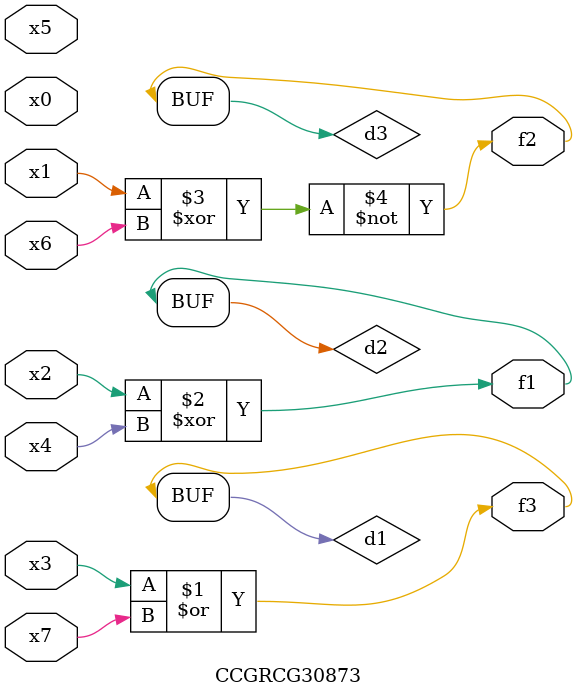
<source format=v>
module CCGRCG30873(
	input x0, x1, x2, x3, x4, x5, x6, x7,
	output f1, f2, f3
);

	wire d1, d2, d3;

	or (d1, x3, x7);
	xor (d2, x2, x4);
	xnor (d3, x1, x6);
	assign f1 = d2;
	assign f2 = d3;
	assign f3 = d1;
endmodule

</source>
